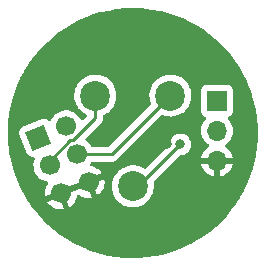
<source format=gbr>
%TF.GenerationSoftware,KiCad,Pcbnew,(6.0.8-1)-1*%
%TF.CreationDate,2024-01-05T14:00:27-06:00*%
%TF.ProjectId,Vishay 357 Pot Amplifier,56697368-6179-4203-9335-3720506f7420,rev?*%
%TF.SameCoordinates,Original*%
%TF.FileFunction,Copper,L2,Bot*%
%TF.FilePolarity,Positive*%
%FSLAX46Y46*%
G04 Gerber Fmt 4.6, Leading zero omitted, Abs format (unit mm)*
G04 Created by KiCad (PCBNEW (6.0.8-1)-1) date 2024-01-05 14:00:27*
%MOMM*%
%LPD*%
G01*
G04 APERTURE LIST*
G04 Aperture macros list*
%AMHorizOval*
0 Thick line with rounded ends*
0 $1 width*
0 $2 $3 position (X,Y) of the first rounded end (center of the circle)*
0 $4 $5 position (X,Y) of the second rounded end (center of the circle)*
0 Add line between two ends*
20,1,$1,$2,$3,$4,$5,0*
0 Add two circle primitives to create the rounded ends*
1,1,$1,$2,$3*
1,1,$1,$4,$5*%
%AMRotRect*
0 Rectangle, with rotation*
0 The origin of the aperture is its center*
0 $1 length*
0 $2 width*
0 $3 Rotation angle, in degrees counterclockwise*
0 Add horizontal line*
21,1,$1,$2,0,0,$3*%
G04 Aperture macros list end*
%TA.AperFunction,ComponentPad*%
%ADD10R,1.700000X1.700000*%
%TD*%
%TA.AperFunction,ComponentPad*%
%ADD11O,1.700000X1.700000*%
%TD*%
%TA.AperFunction,ComponentPad*%
%ADD12RotRect,1.700000X1.700000X22.000000*%
%TD*%
%TA.AperFunction,ComponentPad*%
%ADD13HorizOval,1.700000X0.000000X0.000000X0.000000X0.000000X0*%
%TD*%
%TA.AperFunction,ComponentPad*%
%ADD14C,2.533000*%
%TD*%
%TA.AperFunction,ViaPad*%
%ADD15C,0.800000*%
%TD*%
%TA.AperFunction,Conductor*%
%ADD16C,0.250000*%
%TD*%
G04 APERTURE END LIST*
D10*
%TO.P,J2,1,Pin_1*%
%TO.N,Net-(J2-Pad1)*%
X150088600Y-100406200D03*
D11*
%TO.P,J2,2,Pin_2*%
%TO.N,VDD*%
X150088600Y-102946200D03*
%TO.P,J2,3,Pin_3*%
%TO.N,GND*%
X150088600Y-105486200D03*
%TD*%
D12*
%TO.P,J1,1,Pin_1*%
%TO.N,VDD*%
X134971959Y-103536485D03*
D13*
%TO.P,J1,2,Pin_2*%
X137327006Y-102584984D03*
%TO.P,J1,3,Pin_3*%
%TO.N,Net-(RV1-Pad3)*%
X135923460Y-105891532D03*
%TO.P,J1,4,Pin_4*%
%TO.N,Net-(J1-Pad4)*%
X138278507Y-104940031D03*
%TO.P,J1,5,Pin_5*%
%TO.N,GND*%
X136874960Y-108246579D03*
%TO.P,J1,6,Pin_6*%
X139230007Y-107295078D03*
%TD*%
D14*
%TO.P,RV1,1,1*%
%TO.N,Net-(J1-Pad4)*%
X146158600Y-99967400D03*
%TO.P,RV1,2,2*%
%TO.N,Net-(C1-Pad1)*%
X142976600Y-107649400D03*
%TO.P,RV1,3,3*%
%TO.N,Net-(RV1-Pad3)*%
X139794600Y-99967400D03*
%TD*%
D15*
%TO.N,Net-(C1-Pad1)*%
X147000000Y-104100000D03*
%TO.N,GND*%
X145824500Y-104100000D03*
X150600000Y-108400000D03*
%TD*%
D16*
%TO.N,Net-(C1-Pad1)*%
X143450600Y-107649400D02*
X142976600Y-107649400D01*
X147000000Y-104100000D02*
X143450600Y-107649400D01*
%TO.N,Net-(J1-Pad4)*%
X138278507Y-104940031D02*
X141185969Y-104940031D01*
X141185969Y-104940031D02*
X146158600Y-99967400D01*
%TO.N,Net-(RV1-Pad3)*%
X137934969Y-103765031D02*
X139794600Y-101905400D01*
X139794600Y-101905400D02*
X139794600Y-99967400D01*
X137663388Y-103765031D02*
X137934969Y-103765031D01*
X135923460Y-105504959D02*
X137663388Y-103765031D01*
X135923460Y-105891532D02*
X135923460Y-105504959D01*
%TD*%
%TA.AperFunction,Conductor*%
%TO.N,GND*%
G36*
X143434749Y-92567931D02*
G01*
X143442408Y-92568264D01*
X143761154Y-92591951D01*
X144079885Y-92615637D01*
X144087538Y-92616442D01*
X144720886Y-92702637D01*
X144728476Y-92703907D01*
X145186345Y-92794982D01*
X145355393Y-92828608D01*
X145362884Y-92830337D01*
X145671959Y-92911710D01*
X145981030Y-92993082D01*
X145988409Y-92995268D01*
X146595452Y-93195441D01*
X146602683Y-93198073D01*
X147196376Y-93434932D01*
X147203434Y-93438001D01*
X147781548Y-93710657D01*
X147788405Y-93714150D01*
X148348826Y-94021608D01*
X148355456Y-94025514D01*
X148896043Y-94366599D01*
X148902423Y-94370903D01*
X149421169Y-94744346D01*
X149427275Y-94749031D01*
X149922260Y-95153451D01*
X149928068Y-95158499D01*
X150397453Y-95592395D01*
X150402942Y-95597789D01*
X150844960Y-96059526D01*
X150850109Y-96065245D01*
X151263106Y-96553097D01*
X151267897Y-96559120D01*
X151650347Y-97071282D01*
X151654758Y-97077581D01*
X151853593Y-97380856D01*
X152005229Y-97612139D01*
X152009250Y-97618701D01*
X152326428Y-98173649D01*
X152330039Y-98180439D01*
X152612763Y-98753746D01*
X152615939Y-98760717D01*
X152843048Y-99302309D01*
X152863129Y-99350197D01*
X152865884Y-99357375D01*
X153038270Y-99851013D01*
X153076624Y-99960841D01*
X153078937Y-99968178D01*
X153228213Y-100497467D01*
X153252442Y-100583378D01*
X153254303Y-100590840D01*
X153373202Y-101138456D01*
X153389925Y-101215479D01*
X153391327Y-101223039D01*
X153482376Y-101814587D01*
X153488570Y-101854831D01*
X153489506Y-101862459D01*
X153506131Y-102043388D01*
X153547992Y-102498967D01*
X153548462Y-102506648D01*
X153555247Y-102728722D01*
X153567953Y-103144570D01*
X153567991Y-103145820D01*
X153568007Y-103152966D01*
X153553678Y-103700150D01*
X153553288Y-103707286D01*
X153500335Y-104344553D01*
X153499464Y-104352199D01*
X153407744Y-104984779D01*
X153406408Y-104992358D01*
X153276238Y-105618176D01*
X153274441Y-105625659D01*
X153106315Y-106242338D01*
X153104065Y-106249698D01*
X152898600Y-106854976D01*
X152895905Y-106862184D01*
X152653874Y-107453789D01*
X152650744Y-107460819D01*
X152561302Y-107646251D01*
X152386445Y-108008768D01*
X152373050Y-108036538D01*
X152369496Y-108043364D01*
X152057166Y-108601069D01*
X152053203Y-108607665D01*
X151798978Y-109002905D01*
X151707414Y-109145257D01*
X151703055Y-109151599D01*
X151325090Y-109667077D01*
X151320352Y-109673141D01*
X150911631Y-110164575D01*
X150906533Y-110170338D01*
X150587433Y-110509551D01*
X150468559Y-110635917D01*
X150463117Y-110641359D01*
X149997539Y-111079332D01*
X149991775Y-111084431D01*
X149500341Y-111493152D01*
X149494277Y-111497890D01*
X148978799Y-111875855D01*
X148972461Y-111880211D01*
X148585112Y-112129362D01*
X148434866Y-112226003D01*
X148428269Y-112229966D01*
X147870564Y-112542296D01*
X147863746Y-112545846D01*
X147791982Y-112580461D01*
X147288019Y-112823544D01*
X147280989Y-112826674D01*
X146689384Y-113068705D01*
X146682176Y-113071400D01*
X146076898Y-113276865D01*
X146069538Y-113279115D01*
X145452859Y-113447241D01*
X145445376Y-113449038D01*
X144819558Y-113579208D01*
X144811979Y-113580544D01*
X144179399Y-113672264D01*
X144171753Y-113673135D01*
X143534753Y-113726066D01*
X143527074Y-113726469D01*
X142888023Y-113740413D01*
X142880330Y-113740346D01*
X142516878Y-113726066D01*
X142241618Y-113715251D01*
X142233941Y-113714714D01*
X142188175Y-113710106D01*
X141597957Y-113650673D01*
X141590354Y-113649673D01*
X140959438Y-113546921D01*
X140951882Y-113545452D01*
X140881100Y-113529436D01*
X140328437Y-113404382D01*
X140321021Y-113402464D01*
X139707339Y-113223591D01*
X139700021Y-113221213D01*
X139098437Y-113005223D01*
X139091276Y-113002403D01*
X138503963Y-112750073D01*
X138497000Y-112746826D01*
X137926215Y-112459126D01*
X137919455Y-112455455D01*
X137367285Y-112133440D01*
X137360770Y-112129369D01*
X136829279Y-111774239D01*
X136823018Y-111769773D01*
X136782604Y-111739041D01*
X136314220Y-111382873D01*
X136308240Y-111378031D01*
X135824005Y-110960788D01*
X135818331Y-110955589D01*
X135360461Y-110509551D01*
X135355116Y-110504015D01*
X134925348Y-110030878D01*
X134920350Y-110025026D01*
X134520267Y-109526533D01*
X134515635Y-109520387D01*
X134381475Y-109330555D01*
X134146715Y-108998378D01*
X134142486Y-108991990D01*
X134137316Y-108983635D01*
X135738958Y-108983635D01*
X135742681Y-108998056D01*
X135772652Y-109046965D01*
X135778737Y-109055278D01*
X135918173Y-109216246D01*
X135925540Y-109223462D01*
X136089394Y-109359495D01*
X136097841Y-109365410D01*
X136281716Y-109472858D01*
X136291002Y-109477308D01*
X136489961Y-109553282D01*
X136499859Y-109556158D01*
X136708555Y-109598617D01*
X136718783Y-109599836D01*
X136931610Y-109607641D01*
X136941896Y-109607174D01*
X137122483Y-109584041D01*
X137135398Y-109578381D01*
X137135534Y-109569568D01*
X136741391Y-108594030D01*
X136731534Y-108581577D01*
X136729792Y-108580980D01*
X136722046Y-108582308D01*
X135749625Y-108975192D01*
X135738958Y-108983635D01*
X134137316Y-108983635D01*
X133806112Y-108448414D01*
X133802270Y-108441758D01*
X133499727Y-107878699D01*
X133496293Y-107871812D01*
X133493764Y-107866325D01*
X133405597Y-107675078D01*
X133228685Y-107291325D01*
X133225678Y-107284241D01*
X133061549Y-106862184D01*
X132994004Y-106688493D01*
X132991440Y-106681252D01*
X132973979Y-106626701D01*
X132796569Y-106072474D01*
X132794448Y-106065076D01*
X132637110Y-105445557D01*
X132635444Y-105438044D01*
X132631286Y-105416142D01*
X132516215Y-104810047D01*
X132515013Y-104802459D01*
X132494582Y-104641852D01*
X132457733Y-104352199D01*
X132434346Y-104168359D01*
X132433609Y-104160699D01*
X132404902Y-103722721D01*
X132391804Y-103522879D01*
X132391535Y-103515195D01*
X132391266Y-103453404D01*
X132390123Y-103191500D01*
X132389317Y-103006857D01*
X133355217Y-103006857D01*
X133358902Y-103152468D01*
X133375933Y-103212653D01*
X134048827Y-104878123D01*
X134078384Y-104933247D01*
X134083730Y-104939071D01*
X134170812Y-105033938D01*
X134170815Y-105033940D01*
X134176883Y-105040551D01*
X134184565Y-105045194D01*
X134184566Y-105045195D01*
X134195949Y-105052075D01*
X134301539Y-105115897D01*
X134310212Y-105118197D01*
X134310213Y-105118197D01*
X134428433Y-105149542D01*
X134442331Y-105153227D01*
X134569290Y-105150014D01*
X134637895Y-105168287D01*
X134685731Y-105220749D01*
X134697609Y-105290745D01*
X134686766Y-105329024D01*
X134651266Y-105405503D01*
X134644148Y-105420837D01*
X134584449Y-105636102D01*
X134560711Y-105858227D01*
X134561008Y-105863380D01*
X134561008Y-105863383D01*
X134572303Y-106059273D01*
X134573570Y-106081247D01*
X134574707Y-106086293D01*
X134574708Y-106086299D01*
X134583799Y-106126636D01*
X134622682Y-106299171D01*
X134706726Y-106506148D01*
X134709425Y-106510552D01*
X134818475Y-106688506D01*
X134823447Y-106696620D01*
X134969710Y-106865470D01*
X135141586Y-107008164D01*
X135334460Y-107120870D01*
X135543152Y-107200562D01*
X135632366Y-107218713D01*
X135709789Y-107234465D01*
X135772555Y-107267646D01*
X135807417Y-107329494D01*
X135803308Y-107400371D01*
X135788757Y-107428939D01*
X135693058Y-107569228D01*
X135687960Y-107578202D01*
X135598298Y-107771362D01*
X135594735Y-107781049D01*
X135537824Y-107986260D01*
X135535893Y-107996379D01*
X135513262Y-108208153D01*
X135513010Y-108218442D01*
X135525269Y-108431056D01*
X135526705Y-108441276D01*
X135538438Y-108493339D01*
X135545084Y-108505296D01*
X135559802Y-108503989D01*
X135837611Y-108391747D01*
X137209361Y-108391747D01*
X137210689Y-108399493D01*
X137604034Y-109373055D01*
X137612786Y-109384112D01*
X137622066Y-109381830D01*
X137750288Y-109290371D01*
X137758160Y-109283718D01*
X137909012Y-109133391D01*
X137915690Y-109125544D01*
X138039963Y-108952599D01*
X138045273Y-108943762D01*
X138139630Y-108752846D01*
X138143429Y-108743251D01*
X138205336Y-108539494D01*
X138207515Y-108529413D01*
X138215477Y-108468935D01*
X138244199Y-108404008D01*
X138303464Y-108364916D01*
X138374456Y-108364071D01*
X138420884Y-108388437D01*
X138444441Y-108407995D01*
X138452888Y-108413909D01*
X138636763Y-108521357D01*
X138646049Y-108525807D01*
X138845008Y-108601781D01*
X138854906Y-108604657D01*
X139063602Y-108647116D01*
X139073830Y-108648335D01*
X139286657Y-108656140D01*
X139296943Y-108655673D01*
X139477530Y-108632540D01*
X139490445Y-108626880D01*
X139490581Y-108618067D01*
X139096438Y-107642529D01*
X139086581Y-107630076D01*
X139084839Y-107629479D01*
X139077093Y-107630807D01*
X138266313Y-107958384D01*
X137222411Y-108380148D01*
X137209958Y-108390005D01*
X137209361Y-108391747D01*
X135837611Y-108391747D01*
X136544305Y-108106224D01*
X137838654Y-107583273D01*
X138192658Y-107440246D01*
X139564408Y-107440246D01*
X139565736Y-107447992D01*
X139959081Y-108421554D01*
X139967833Y-108432611D01*
X139977113Y-108430329D01*
X140105335Y-108338870D01*
X140113207Y-108332217D01*
X140264059Y-108181890D01*
X140270737Y-108174043D01*
X140395010Y-108001098D01*
X140400320Y-107992261D01*
X140494677Y-107801345D01*
X140498476Y-107791750D01*
X140555882Y-107602806D01*
X141197233Y-107602806D01*
X141209891Y-107866325D01*
X141234941Y-107992261D01*
X141257610Y-108106224D01*
X141261360Y-108125078D01*
X141262939Y-108129476D01*
X141262941Y-108129483D01*
X141335730Y-108332217D01*
X141350510Y-108373382D01*
X141475383Y-108605781D01*
X141633234Y-108817170D01*
X141636543Y-108820450D01*
X141636548Y-108820456D01*
X141792641Y-108975192D01*
X141820597Y-109002905D01*
X141824359Y-109005663D01*
X141824362Y-109005666D01*
X141880687Y-109046965D01*
X142033356Y-109158906D01*
X142037491Y-109161082D01*
X142037495Y-109161084D01*
X142160495Y-109225797D01*
X142266836Y-109281746D01*
X142415300Y-109333592D01*
X142489475Y-109359495D01*
X142515908Y-109368726D01*
X142520501Y-109369598D01*
X142770512Y-109417064D01*
X142770515Y-109417064D01*
X142775101Y-109417935D01*
X142906911Y-109423114D01*
X143034052Y-109428110D01*
X143034058Y-109428110D01*
X143038720Y-109428293D01*
X143141250Y-109417064D01*
X143296322Y-109400081D01*
X143296327Y-109400080D01*
X143300975Y-109399571D01*
X143305499Y-109398380D01*
X143551581Y-109333592D01*
X143551583Y-109333591D01*
X143556104Y-109332401D01*
X143653932Y-109290371D01*
X143794208Y-109230104D01*
X143794210Y-109230103D01*
X143798502Y-109228259D01*
X143910575Y-109158906D01*
X144018871Y-109091891D01*
X144018875Y-109091888D01*
X144022844Y-109089432D01*
X144224202Y-108918969D01*
X144369889Y-108752846D01*
X144395071Y-108724132D01*
X144395075Y-108724127D01*
X144398153Y-108720617D01*
X144540874Y-108498732D01*
X144649231Y-108258188D01*
X144720843Y-108004270D01*
X144749241Y-107781049D01*
X144753740Y-107745687D01*
X144753740Y-107745683D01*
X144754138Y-107742557D01*
X144756577Y-107649400D01*
X144742040Y-107453789D01*
X144737371Y-107390955D01*
X144737370Y-107390951D01*
X144737025Y-107386303D01*
X144732881Y-107367987D01*
X144728847Y-107350162D01*
X144733322Y-107279307D01*
X144762645Y-107233259D01*
X146241738Y-105754166D01*
X148756857Y-105754166D01*
X148787165Y-105888646D01*
X148790245Y-105898475D01*
X148870370Y-106095803D01*
X148875013Y-106104994D01*
X148986294Y-106286588D01*
X148992377Y-106294899D01*
X149131813Y-106455867D01*
X149139180Y-106463083D01*
X149303034Y-106599116D01*
X149311481Y-106605031D01*
X149495356Y-106712479D01*
X149504642Y-106716929D01*
X149703601Y-106792903D01*
X149713499Y-106795779D01*
X149816850Y-106816806D01*
X149830899Y-106815610D01*
X149834600Y-106805265D01*
X149834600Y-106804717D01*
X150342600Y-106804717D01*
X150346664Y-106818559D01*
X150360078Y-106820593D01*
X150366784Y-106819734D01*
X150376862Y-106817592D01*
X150580855Y-106756391D01*
X150590442Y-106752633D01*
X150781695Y-106658939D01*
X150790545Y-106653664D01*
X150963928Y-106529992D01*
X150971800Y-106523339D01*
X151122652Y-106373012D01*
X151129330Y-106365165D01*
X151253603Y-106192220D01*
X151258913Y-106183383D01*
X151353270Y-105992467D01*
X151357069Y-105982872D01*
X151418977Y-105779110D01*
X151421155Y-105769037D01*
X151422586Y-105758162D01*
X151420375Y-105743978D01*
X151407217Y-105740200D01*
X150360715Y-105740200D01*
X150345476Y-105744675D01*
X150344271Y-105746065D01*
X150342600Y-105753748D01*
X150342600Y-106804717D01*
X149834600Y-106804717D01*
X149834600Y-105758315D01*
X149830125Y-105743076D01*
X149828735Y-105741871D01*
X149821052Y-105740200D01*
X148771825Y-105740200D01*
X148758294Y-105744173D01*
X148756857Y-105754166D01*
X146241738Y-105754166D01*
X146950499Y-105045405D01*
X147012811Y-105011379D01*
X147039594Y-105008500D01*
X147095487Y-105008500D01*
X147101939Y-105007128D01*
X147101944Y-105007128D01*
X147189132Y-104988595D01*
X147282288Y-104968794D01*
X147288319Y-104966109D01*
X147450722Y-104893803D01*
X147450724Y-104893802D01*
X147456752Y-104891118D01*
X147478992Y-104874960D01*
X147529946Y-104837939D01*
X147611253Y-104778866D01*
X147739040Y-104636944D01*
X147834527Y-104471556D01*
X147893542Y-104289928D01*
X147900115Y-104227395D01*
X147912814Y-104106565D01*
X147913504Y-104100000D01*
X147897406Y-103946832D01*
X147894232Y-103916635D01*
X147894232Y-103916633D01*
X147893542Y-103910072D01*
X147834527Y-103728444D01*
X147822312Y-103707286D01*
X147768093Y-103613377D01*
X147739040Y-103563056D01*
X147611253Y-103421134D01*
X147456752Y-103308882D01*
X147450724Y-103306198D01*
X147450722Y-103306197D01*
X147288319Y-103233891D01*
X147288318Y-103233891D01*
X147282288Y-103231206D01*
X147179516Y-103209361D01*
X147101944Y-103192872D01*
X147101939Y-103192872D01*
X147095487Y-103191500D01*
X146904513Y-103191500D01*
X146898061Y-103192872D01*
X146898056Y-103192872D01*
X146820484Y-103209361D01*
X146717712Y-103231206D01*
X146711682Y-103233891D01*
X146711681Y-103233891D01*
X146549278Y-103306197D01*
X146549276Y-103306198D01*
X146543248Y-103308882D01*
X146388747Y-103421134D01*
X146260960Y-103563056D01*
X146231907Y-103613377D01*
X146177689Y-103707286D01*
X146165473Y-103728444D01*
X146106458Y-103910072D01*
X146105768Y-103916633D01*
X146105768Y-103916635D01*
X146102594Y-103946832D01*
X146090403Y-104062832D01*
X146089093Y-104075293D01*
X146062080Y-104140950D01*
X146052878Y-104151218D01*
X144077460Y-106126636D01*
X144015148Y-106160662D01*
X143944333Y-106155597D01*
X143916552Y-106141072D01*
X143880007Y-106115720D01*
X143840822Y-106096396D01*
X143647579Y-106001099D01*
X143647576Y-106001098D01*
X143643391Y-105999034D01*
X143573695Y-105976724D01*
X143543318Y-105967000D01*
X143392127Y-105918604D01*
X143387520Y-105917854D01*
X143387517Y-105917853D01*
X143136346Y-105876947D01*
X143136347Y-105876947D01*
X143131735Y-105876196D01*
X143003747Y-105874521D01*
X142872612Y-105872804D01*
X142872609Y-105872804D01*
X142867935Y-105872743D01*
X142606522Y-105908320D01*
X142602036Y-105909628D01*
X142602034Y-105909628D01*
X142571239Y-105918604D01*
X142353239Y-105982145D01*
X142113650Y-106092597D01*
X142085692Y-106110927D01*
X141896932Y-106234683D01*
X141896927Y-106234687D01*
X141893019Y-106237249D01*
X141818279Y-106303957D01*
X141712930Y-106397985D01*
X141696192Y-106412924D01*
X141527493Y-106615762D01*
X141471602Y-106707868D01*
X141397765Y-106829548D01*
X141390629Y-106841307D01*
X141288606Y-107084605D01*
X141223665Y-107340310D01*
X141197233Y-107602806D01*
X140555882Y-107602806D01*
X140560383Y-107587993D01*
X140562562Y-107577912D01*
X140590597Y-107364965D01*
X140591116Y-107358290D01*
X140592579Y-107298442D01*
X140592385Y-107291724D01*
X140574787Y-107077672D01*
X140573105Y-107067510D01*
X140568140Y-107047740D01*
X140560936Y-107035494D01*
X140547075Y-107036896D01*
X139577458Y-107428647D01*
X139565005Y-107438504D01*
X139564408Y-107440246D01*
X138192658Y-107440246D01*
X138899352Y-107154723D01*
X140355027Y-106566592D01*
X140365269Y-106558485D01*
X140361153Y-106543313D01*
X140312434Y-106468004D01*
X140306143Y-106459835D01*
X140162813Y-106302318D01*
X140155280Y-106295293D01*
X139988146Y-106163300D01*
X139979559Y-106157595D01*
X139793124Y-106054677D01*
X139783712Y-106050447D01*
X139582966Y-105979358D01*
X139572995Y-105976724D01*
X139445084Y-105953940D01*
X139381527Y-105922302D01*
X139345163Y-105861325D01*
X139347540Y-105790368D01*
X139364857Y-105756367D01*
X139443942Y-105646308D01*
X139446960Y-105642108D01*
X139449253Y-105637468D01*
X139450953Y-105634639D01*
X139503181Y-105586549D01*
X139558958Y-105573531D01*
X141107202Y-105573531D01*
X141118385Y-105574058D01*
X141125878Y-105575733D01*
X141133804Y-105575484D01*
X141133805Y-105575484D01*
X141193955Y-105573593D01*
X141197914Y-105573531D01*
X141225825Y-105573531D01*
X141229760Y-105573034D01*
X141229825Y-105573026D01*
X141241662Y-105572093D01*
X141273920Y-105571079D01*
X141277939Y-105570953D01*
X141285858Y-105570704D01*
X141305312Y-105565052D01*
X141324669Y-105561044D01*
X141336899Y-105559499D01*
X141336900Y-105559499D01*
X141344766Y-105558505D01*
X141352137Y-105555586D01*
X141352139Y-105555586D01*
X141385881Y-105542227D01*
X141397111Y-105538382D01*
X141431952Y-105528260D01*
X141431953Y-105528260D01*
X141439562Y-105526049D01*
X141446381Y-105522016D01*
X141446386Y-105522014D01*
X141456997Y-105515738D01*
X141474745Y-105507043D01*
X141493586Y-105499583D01*
X141529356Y-105473595D01*
X141539276Y-105467079D01*
X141570504Y-105448611D01*
X141570507Y-105448609D01*
X141577331Y-105444573D01*
X141591652Y-105430252D01*
X141606686Y-105417411D01*
X141616663Y-105410162D01*
X141623076Y-105405503D01*
X141651267Y-105371426D01*
X141659257Y-105362647D01*
X144109009Y-102912895D01*
X148725851Y-102912895D01*
X148726148Y-102918048D01*
X148726148Y-102918051D01*
X148731611Y-103012790D01*
X148738710Y-103135915D01*
X148739847Y-103140961D01*
X148739848Y-103140967D01*
X148756004Y-103212653D01*
X148787822Y-103353839D01*
X148871866Y-103560816D01*
X148874565Y-103565220D01*
X148978440Y-103734729D01*
X148988587Y-103751288D01*
X149134850Y-103920138D01*
X149306726Y-104062832D01*
X149328051Y-104075293D01*
X149380555Y-104105974D01*
X149429279Y-104157612D01*
X149442350Y-104227395D01*
X149415619Y-104293167D01*
X149375162Y-104326527D01*
X149367057Y-104330746D01*
X149358338Y-104336236D01*
X149188033Y-104464105D01*
X149180326Y-104470948D01*
X149033190Y-104624917D01*
X149026704Y-104632927D01*
X148906698Y-104808849D01*
X148901600Y-104817823D01*
X148811938Y-105010983D01*
X148808375Y-105020670D01*
X148752989Y-105220383D01*
X148754512Y-105228807D01*
X148766892Y-105232200D01*
X151406944Y-105232200D01*
X151420475Y-105228227D01*
X151421780Y-105219147D01*
X151379814Y-105052075D01*
X151376494Y-105042324D01*
X151291572Y-104847014D01*
X151286705Y-104837939D01*
X151171026Y-104659126D01*
X151164736Y-104650957D01*
X151021406Y-104493440D01*
X151013873Y-104486415D01*
X150846739Y-104354422D01*
X150838156Y-104348720D01*
X150801202Y-104328320D01*
X150751231Y-104277887D01*
X150736459Y-104208445D01*
X150761575Y-104142039D01*
X150788927Y-104115432D01*
X150845200Y-104075293D01*
X150968460Y-103987373D01*
X151126696Y-103829689D01*
X151142403Y-103807831D01*
X151254035Y-103652477D01*
X151257053Y-103648277D01*
X151320927Y-103519038D01*
X151353736Y-103452653D01*
X151353737Y-103452651D01*
X151356030Y-103448011D01*
X151420970Y-103234269D01*
X151450129Y-103012790D01*
X151451756Y-102946200D01*
X151433452Y-102723561D01*
X151379031Y-102506902D01*
X151289954Y-102302040D01*
X151209989Y-102178433D01*
X151171422Y-102118817D01*
X151171420Y-102118814D01*
X151168614Y-102114477D01*
X151157379Y-102102130D01*
X151021398Y-101952688D01*
X150990346Y-101888842D01*
X150998741Y-101818343D01*
X151043917Y-101763575D01*
X151070361Y-101749906D01*
X151171214Y-101712097D01*
X151185305Y-101706815D01*
X151301861Y-101619461D01*
X151389215Y-101502905D01*
X151440345Y-101366516D01*
X151447100Y-101304334D01*
X151447100Y-99508066D01*
X151440345Y-99445884D01*
X151389215Y-99309495D01*
X151301861Y-99192939D01*
X151185305Y-99105585D01*
X151048916Y-99054455D01*
X150986734Y-99047700D01*
X149190466Y-99047700D01*
X149128284Y-99054455D01*
X148991895Y-99105585D01*
X148875339Y-99192939D01*
X148787985Y-99309495D01*
X148736855Y-99445884D01*
X148730100Y-99508066D01*
X148730100Y-101304334D01*
X148736855Y-101366516D01*
X148787985Y-101502905D01*
X148875339Y-101619461D01*
X148991895Y-101706815D01*
X149000304Y-101709967D01*
X149000305Y-101709968D01*
X149109051Y-101750735D01*
X149165816Y-101793376D01*
X149190516Y-101859938D01*
X149175309Y-101929287D01*
X149155916Y-101955768D01*
X149029229Y-102088338D01*
X149026315Y-102092610D01*
X149026314Y-102092611D01*
X148956573Y-102194847D01*
X148903343Y-102272880D01*
X148809288Y-102475505D01*
X148749589Y-102690770D01*
X148725851Y-102912895D01*
X144109009Y-102912895D01*
X145373119Y-101648785D01*
X145435431Y-101614759D01*
X145503755Y-101618925D01*
X145693492Y-101685184D01*
X145697908Y-101686726D01*
X145702501Y-101687598D01*
X145952512Y-101735064D01*
X145952515Y-101735064D01*
X145957101Y-101735935D01*
X146088910Y-101741114D01*
X146216052Y-101746110D01*
X146216058Y-101746110D01*
X146220720Y-101746293D01*
X146323250Y-101735064D01*
X146478322Y-101718081D01*
X146478327Y-101718080D01*
X146482975Y-101717571D01*
X146523829Y-101706815D01*
X146733581Y-101651592D01*
X146733583Y-101651591D01*
X146738104Y-101650401D01*
X146794017Y-101626379D01*
X146976208Y-101548104D01*
X146976210Y-101548103D01*
X146980502Y-101546259D01*
X147092575Y-101476906D01*
X147200871Y-101409891D01*
X147200875Y-101409888D01*
X147204844Y-101407432D01*
X147406202Y-101236969D01*
X147429651Y-101210231D01*
X147577071Y-101042132D01*
X147577075Y-101042127D01*
X147580153Y-101038617D01*
X147722874Y-100816732D01*
X147831231Y-100576188D01*
X147902843Y-100322270D01*
X147936138Y-100060557D01*
X147938577Y-99967400D01*
X147919025Y-99704303D01*
X147860800Y-99446985D01*
X147841864Y-99398291D01*
X147766874Y-99205453D01*
X147766873Y-99205451D01*
X147765181Y-99201100D01*
X147743760Y-99163621D01*
X147636587Y-98976106D01*
X147636585Y-98976104D01*
X147634268Y-98972049D01*
X147470937Y-98764865D01*
X147278776Y-98584098D01*
X147062007Y-98433720D01*
X147057816Y-98431653D01*
X146829579Y-98319099D01*
X146829576Y-98319098D01*
X146825391Y-98317034D01*
X146574127Y-98236604D01*
X146569520Y-98235854D01*
X146569517Y-98235853D01*
X146318346Y-98194947D01*
X146318347Y-98194947D01*
X146313735Y-98194196D01*
X146185747Y-98192521D01*
X146054612Y-98190804D01*
X146054609Y-98190804D01*
X146049935Y-98190743D01*
X145788522Y-98226320D01*
X145784036Y-98227628D01*
X145784034Y-98227628D01*
X145753239Y-98236604D01*
X145535239Y-98300145D01*
X145295650Y-98410597D01*
X145291741Y-98413160D01*
X145078932Y-98552683D01*
X145078927Y-98552687D01*
X145075019Y-98555249D01*
X144878192Y-98730924D01*
X144709493Y-98933762D01*
X144572629Y-99159307D01*
X144470606Y-99402605D01*
X144405665Y-99658310D01*
X144379233Y-99920806D01*
X144379457Y-99925472D01*
X144379457Y-99925477D01*
X144381623Y-99970560D01*
X144391891Y-100184325D01*
X144443360Y-100443078D01*
X144507155Y-100620763D01*
X144511349Y-100691633D01*
X144477662Y-100752433D01*
X140960469Y-104269626D01*
X140898157Y-104303652D01*
X140871374Y-104306531D01*
X139555312Y-104306531D01*
X139487191Y-104286529D01*
X139449520Y-104248971D01*
X139361329Y-104112648D01*
X139361327Y-104112645D01*
X139358521Y-104108308D01*
X139208177Y-103943082D01*
X139204126Y-103939883D01*
X139204122Y-103939879D01*
X139036921Y-103807831D01*
X139036917Y-103807829D01*
X139032866Y-103804629D01*
X139028342Y-103802132D01*
X139028338Y-103802129D01*
X139023858Y-103799656D01*
X138973885Y-103749225D01*
X138959111Y-103679783D01*
X138984226Y-103613377D01*
X138995653Y-103600251D01*
X140186847Y-102409057D01*
X140195137Y-102401513D01*
X140201618Y-102397400D01*
X140248259Y-102347732D01*
X140251013Y-102344891D01*
X140270734Y-102325170D01*
X140273212Y-102321975D01*
X140280918Y-102312953D01*
X140305758Y-102286501D01*
X140311186Y-102280721D01*
X140320946Y-102262968D01*
X140331799Y-102246445D01*
X140339353Y-102236706D01*
X140344213Y-102230441D01*
X140361776Y-102189857D01*
X140366983Y-102179227D01*
X140388295Y-102140460D01*
X140390266Y-102132783D01*
X140390268Y-102132778D01*
X140393332Y-102120842D01*
X140399738Y-102102130D01*
X140404634Y-102090817D01*
X140407781Y-102083545D01*
X140409555Y-102072349D01*
X140414697Y-102039881D01*
X140417104Y-102028260D01*
X140426128Y-101993111D01*
X140426128Y-101993110D01*
X140428100Y-101985430D01*
X140428100Y-101965169D01*
X140429651Y-101945458D01*
X140431579Y-101933285D01*
X140432819Y-101925457D01*
X140428659Y-101881446D01*
X140428100Y-101869589D01*
X140428100Y-101710206D01*
X140448102Y-101642085D01*
X140504362Y-101594438D01*
X140510377Y-101591854D01*
X140616502Y-101546259D01*
X140728575Y-101476906D01*
X140836871Y-101409891D01*
X140836875Y-101409888D01*
X140840844Y-101407432D01*
X141042202Y-101236969D01*
X141065651Y-101210231D01*
X141213071Y-101042132D01*
X141213075Y-101042127D01*
X141216153Y-101038617D01*
X141358874Y-100816732D01*
X141467231Y-100576188D01*
X141538843Y-100322270D01*
X141572138Y-100060557D01*
X141574577Y-99967400D01*
X141555025Y-99704303D01*
X141496800Y-99446985D01*
X141477864Y-99398291D01*
X141402874Y-99205453D01*
X141402873Y-99205451D01*
X141401181Y-99201100D01*
X141379760Y-99163621D01*
X141272587Y-98976106D01*
X141272585Y-98976104D01*
X141270268Y-98972049D01*
X141106937Y-98764865D01*
X140914776Y-98584098D01*
X140698007Y-98433720D01*
X140693816Y-98431653D01*
X140465579Y-98319099D01*
X140465576Y-98319098D01*
X140461391Y-98317034D01*
X140210127Y-98236604D01*
X140205520Y-98235854D01*
X140205517Y-98235853D01*
X139954346Y-98194947D01*
X139954347Y-98194947D01*
X139949735Y-98194196D01*
X139821747Y-98192521D01*
X139690612Y-98190804D01*
X139690609Y-98190804D01*
X139685935Y-98190743D01*
X139424522Y-98226320D01*
X139420036Y-98227628D01*
X139420034Y-98227628D01*
X139389239Y-98236604D01*
X139171239Y-98300145D01*
X138931650Y-98410597D01*
X138927741Y-98413160D01*
X138714932Y-98552683D01*
X138714927Y-98552687D01*
X138711019Y-98555249D01*
X138514192Y-98730924D01*
X138345493Y-98933762D01*
X138208629Y-99159307D01*
X138106606Y-99402605D01*
X138041665Y-99658310D01*
X138015233Y-99920806D01*
X138015457Y-99925472D01*
X138015457Y-99925477D01*
X138017623Y-99970560D01*
X138027891Y-100184325D01*
X138079360Y-100443078D01*
X138080939Y-100447476D01*
X138080941Y-100447483D01*
X138131063Y-100587084D01*
X138168510Y-100691382D01*
X138293383Y-100923781D01*
X138296178Y-100927525D01*
X138296180Y-100927527D01*
X138368658Y-101024587D01*
X138451234Y-101135170D01*
X138454543Y-101138450D01*
X138454548Y-101138456D01*
X138635280Y-101317617D01*
X138638597Y-101320905D01*
X138642359Y-101323663D01*
X138642362Y-101323666D01*
X138847585Y-101474141D01*
X138851356Y-101476906D01*
X138855491Y-101479082D01*
X138855495Y-101479084D01*
X139011764Y-101561301D01*
X139062736Y-101610720D01*
X139078899Y-101679853D01*
X139055120Y-101746749D01*
X139042191Y-101761904D01*
X138760707Y-102043388D01*
X138698395Y-102077414D01*
X138627580Y-102072349D01*
X138570744Y-102029802D01*
X138556063Y-102004536D01*
X138544308Y-101977501D01*
X138528360Y-101940824D01*
X138477671Y-101862470D01*
X138409828Y-101757601D01*
X138409826Y-101757598D01*
X138407020Y-101753261D01*
X138256676Y-101588035D01*
X138252625Y-101584836D01*
X138252621Y-101584832D01*
X138085420Y-101452784D01*
X138085416Y-101452782D01*
X138081365Y-101449582D01*
X137885795Y-101341622D01*
X137880926Y-101339898D01*
X137880922Y-101339896D01*
X137680093Y-101268779D01*
X137680089Y-101268778D01*
X137675218Y-101267053D01*
X137670125Y-101266146D01*
X137670122Y-101266145D01*
X137460379Y-101228784D01*
X137460373Y-101228783D01*
X137455290Y-101227878D01*
X137381458Y-101226976D01*
X137237087Y-101225212D01*
X137237085Y-101225212D01*
X137231917Y-101225149D01*
X137011097Y-101258939D01*
X136798762Y-101328341D01*
X136600613Y-101431491D01*
X136596480Y-101434594D01*
X136596477Y-101434596D01*
X136427722Y-101561301D01*
X136421971Y-101565619D01*
X136267635Y-101727122D01*
X136141749Y-101911664D01*
X136058590Y-102090817D01*
X136058146Y-102091773D01*
X136011322Y-102145140D01*
X135943079Y-102164721D01*
X135875083Y-102144298D01*
X135851036Y-102123929D01*
X135773106Y-102039032D01*
X135773103Y-102039030D01*
X135767035Y-102032419D01*
X135642379Y-101957073D01*
X135633706Y-101954773D01*
X135633705Y-101954773D01*
X135510258Y-101922042D01*
X135501587Y-101919743D01*
X135458111Y-101920843D01*
X135363874Y-101923228D01*
X135363873Y-101923228D01*
X135355976Y-101923428D01*
X135295791Y-101940459D01*
X133630321Y-102613353D01*
X133627319Y-102614963D01*
X133627314Y-102614965D01*
X133598192Y-102630580D01*
X133575197Y-102642910D01*
X133569373Y-102648256D01*
X133474506Y-102735338D01*
X133474504Y-102735341D01*
X133467893Y-102741409D01*
X133463250Y-102749091D01*
X133463249Y-102749092D01*
X133397189Y-102858385D01*
X133392547Y-102866065D01*
X133390247Y-102874738D01*
X133390247Y-102874739D01*
X133357516Y-102998186D01*
X133355217Y-103006857D01*
X132389317Y-103006857D01*
X132388746Y-102875988D01*
X132388948Y-102868295D01*
X132424259Y-102246445D01*
X132425185Y-102230145D01*
X132425855Y-102222479D01*
X132500987Y-101587691D01*
X132502125Y-101580080D01*
X132615865Y-100951090D01*
X132617465Y-100943563D01*
X132769391Y-100322694D01*
X132771447Y-100315278D01*
X132961000Y-99704817D01*
X132963506Y-99697540D01*
X133189966Y-99099809D01*
X133192911Y-99092699D01*
X133433610Y-98558366D01*
X133455450Y-98509883D01*
X133458811Y-98502995D01*
X133756437Y-97937301D01*
X133760221Y-97930612D01*
X134091822Y-97384150D01*
X134096013Y-97377696D01*
X134306441Y-97074365D01*
X134460360Y-96852491D01*
X134464932Y-96846312D01*
X134860661Y-96344333D01*
X134865608Y-96338438D01*
X135291233Y-95861566D01*
X135296530Y-95855984D01*
X135750481Y-95405976D01*
X135756110Y-95400727D01*
X135934930Y-95243907D01*
X136236683Y-94979277D01*
X136242621Y-94974382D01*
X136748034Y-94583050D01*
X136754260Y-94578527D01*
X137282604Y-94218790D01*
X137289094Y-94214655D01*
X137838431Y-93887833D01*
X137845162Y-93884102D01*
X138413421Y-93591430D01*
X138420367Y-93588117D01*
X139005427Y-93330684D01*
X139012562Y-93327801D01*
X139119432Y-93288374D01*
X139612262Y-93106560D01*
X139619545Y-93104123D01*
X140231629Y-92919907D01*
X140239064Y-92917915D01*
X140339864Y-92894180D01*
X140861263Y-92771406D01*
X140868781Y-92769876D01*
X141260094Y-92702637D01*
X141498755Y-92661628D01*
X141506376Y-92660557D01*
X141723455Y-92636783D01*
X142141785Y-92590968D01*
X142149427Y-92590366D01*
X142787928Y-92559697D01*
X142795592Y-92559563D01*
X143434749Y-92567931D01*
G37*
%TD.AperFunction*%
%TD*%
M02*

</source>
